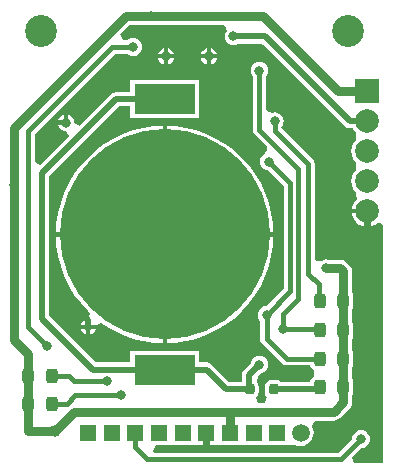
<source format=gbl>
G04 Layer_Physical_Order=2*
G04 Layer_Color=16711680*
%FSLAX44Y44*%
%MOMM*%
G71*
G01*
G75*
G04:AMPARAMS|DCode=11|XSize=1mm|YSize=1.25mm|CornerRadius=0.25mm|HoleSize=0mm|Usage=FLASHONLY|Rotation=0.000|XOffset=0mm|YOffset=0mm|HoleType=Round|Shape=RoundedRectangle|*
%AMROUNDEDRECTD11*
21,1,1.0000,0.7500,0,0,0.0*
21,1,0.5000,1.2500,0,0,0.0*
1,1,0.5000,0.2500,-0.3750*
1,1,0.5000,-0.2500,-0.3750*
1,1,0.5000,-0.2500,0.3750*
1,1,0.5000,0.2500,0.3750*
%
%ADD11ROUNDEDRECTD11*%
%ADD22C,0.5080*%
%ADD23C,0.4000*%
%ADD24C,0.5000*%
%ADD25C,0.7500*%
%ADD28C,2.7000*%
%ADD29R,1.4000X1.4000*%
%ADD30C,1.5000*%
%ADD31C,2.0000*%
%ADD32R,2.0000X2.0000*%
%ADD33C,0.8000*%
%ADD34C,0.7000*%
%ADD35C,1.0000*%
G04:AMPARAMS|DCode=36|XSize=0.8mm|YSize=0.9mm|CornerRadius=0.2mm|HoleSize=0mm|Usage=FLASHONLY|Rotation=180.000|XOffset=0mm|YOffset=0mm|HoleType=Round|Shape=RoundedRectangle|*
%AMROUNDEDRECTD36*
21,1,0.8000,0.5000,0,0,180.0*
21,1,0.4000,0.9000,0,0,180.0*
1,1,0.4000,-0.2000,0.2500*
1,1,0.4000,0.2000,0.2500*
1,1,0.4000,0.2000,-0.2500*
1,1,0.4000,-0.2000,-0.2500*
%
%ADD36ROUNDEDRECTD36*%
%ADD37C,17.8000*%
%ADD38R,5.1000X2.5000*%
%ADD39C,0.6000*%
G36*
X186513Y373278D02*
X187143Y370687D01*
X186449Y369782D01*
X185693Y367958D01*
X185435Y366000D01*
X185693Y364042D01*
X186449Y362218D01*
X187651Y360651D01*
X189218Y359449D01*
X191042Y358693D01*
X193000Y358435D01*
X194958Y358693D01*
X196782Y359449D01*
X197348Y359883D01*
X217466D01*
X287524Y289824D01*
X289509Y288498D01*
X291850Y288032D01*
X294172D01*
X294458Y287342D01*
X296622Y284522D01*
Y278378D01*
X294458Y275558D01*
X293097Y272274D01*
X292633Y268750D01*
X293097Y265226D01*
X294458Y261942D01*
X296622Y259122D01*
Y252978D01*
X294458Y250158D01*
X293097Y246874D01*
X292633Y243350D01*
X293097Y239826D01*
X294458Y236542D01*
X296622Y233722D01*
X297063Y233383D01*
X297184Y227437D01*
X297129Y227337D01*
X296978Y227222D01*
X294895Y224506D01*
X293585Y221344D01*
X293368Y219700D01*
X306250D01*
Y217950D01*
X308000D01*
Y205068D01*
X309644Y205285D01*
X312806Y206595D01*
X315000Y208278D01*
X317154Y207812D01*
X320000Y206301D01*
Y5000D01*
X295463D01*
X293550Y9619D01*
X301421Y17491D01*
X302958Y17693D01*
X304782Y18449D01*
X306349Y19651D01*
X307551Y21218D01*
X308307Y23042D01*
X308565Y25000D01*
X308307Y26958D01*
X307551Y28782D01*
X306349Y30349D01*
X304782Y31551D01*
X302958Y32307D01*
X301000Y32565D01*
X299042Y32307D01*
X297218Y31551D01*
X295651Y30349D01*
X294449Y28782D01*
X293693Y26958D01*
X293491Y25421D01*
X281677Y13608D01*
X125581D01*
X124808Y14750D01*
X127460Y19750D01*
X160500D01*
Y20250D01*
X168250D01*
Y30250D01*
X171750D01*
Y20250D01*
X179500D01*
Y19750D01*
X240500D01*
X240500Y19750D01*
X245500Y20208D01*
X247128Y19533D01*
X250000Y19155D01*
X252872Y19533D01*
X255548Y20642D01*
X257845Y22405D01*
X259608Y24703D01*
X260717Y27378D01*
X261095Y30250D01*
X260717Y33122D01*
X259608Y35797D01*
X262159Y40687D01*
X278000D01*
X279893Y40937D01*
X281656Y41667D01*
X283171Y42829D01*
X291171Y50829D01*
X292333Y52344D01*
X293063Y54107D01*
X293313Y56000D01*
Y61653D01*
X294152Y62909D01*
X294618Y65250D01*
Y72750D01*
X294152Y75091D01*
X293313Y76347D01*
Y85653D01*
X294152Y86909D01*
X294618Y89250D01*
Y96750D01*
X294152Y99091D01*
X293313Y100347D01*
Y109653D01*
X294152Y110909D01*
X294618Y113250D01*
Y120750D01*
X294152Y123091D01*
X293313Y124347D01*
Y134653D01*
X294152Y135909D01*
X294618Y138250D01*
Y145750D01*
X294152Y148091D01*
X293313Y149347D01*
Y167000D01*
X293063Y168893D01*
X292333Y170656D01*
X291171Y172171D01*
X288671Y174671D01*
X287156Y175833D01*
X285393Y176563D01*
X283500Y176813D01*
X273165D01*
X271250Y177065D01*
X269292Y176807D01*
X267468Y176051D01*
X266608Y175391D01*
X263887Y176077D01*
X261608Y177467D01*
Y258000D01*
X261181Y260146D01*
X259965Y261965D01*
X233608Y288323D01*
Y288988D01*
X234551Y290218D01*
X235307Y292042D01*
X235565Y294000D01*
X235307Y295958D01*
X234551Y297782D01*
X233349Y299349D01*
X231782Y300551D01*
X229958Y301307D01*
X228000Y301565D01*
X226042Y301307D01*
X225608Y301127D01*
X221805Y302912D01*
X220608Y304084D01*
Y331988D01*
X221551Y333218D01*
X222307Y335042D01*
X222565Y337000D01*
X222307Y338958D01*
X221551Y340782D01*
X220349Y342349D01*
X218782Y343551D01*
X216958Y344307D01*
X215000Y344565D01*
X213042Y344307D01*
X211218Y343551D01*
X209651Y342349D01*
X208449Y340782D01*
X207693Y338958D01*
X207435Y337000D01*
X207693Y335042D01*
X208449Y333218D01*
X209392Y331988D01*
Y287000D01*
X209819Y284854D01*
X211035Y283035D01*
X221641Y272429D01*
X221358Y270012D01*
X220087Y266911D01*
X219218Y266551D01*
X217651Y265349D01*
X216449Y263782D01*
X215693Y261958D01*
X215435Y260000D01*
X215693Y258042D01*
X216449Y256218D01*
X217651Y254651D01*
X219218Y253449D01*
X221042Y252693D01*
X222579Y252491D01*
X235393Y239677D01*
Y152323D01*
X220579Y137509D01*
X219042Y137307D01*
X217218Y136551D01*
X215651Y135349D01*
X214449Y133782D01*
X213693Y131958D01*
X213435Y130000D01*
X213693Y128042D01*
X214449Y126218D01*
X215392Y124988D01*
Y110000D01*
X215819Y107854D01*
X217035Y106035D01*
X234035Y89035D01*
X235854Y87819D01*
X238000Y87392D01*
X257752D01*
X257848Y86909D01*
X259174Y84924D01*
X261159Y83598D01*
X261406Y83549D01*
Y78451D01*
X261159Y78402D01*
X259174Y77076D01*
X257848Y75091D01*
X257456Y73117D01*
X233358D01*
X233125Y73465D01*
X231306Y74681D01*
X229160Y75108D01*
X225160D01*
X223014Y74681D01*
X221195Y73465D01*
X219979Y71646D01*
X219552Y69500D01*
Y64500D01*
X219979Y62354D01*
X221195Y60535D01*
X221527Y60312D01*
X220011Y55312D01*
X213990D01*
X212473Y60312D01*
X212805Y60535D01*
X214021Y62354D01*
X214448Y64500D01*
Y69500D01*
X214021Y71646D01*
X212805Y73465D01*
X213926Y78275D01*
X216252Y80600D01*
X216958Y80693D01*
X218782Y81449D01*
X220349Y82651D01*
X221551Y84218D01*
X222307Y86042D01*
X222565Y88000D01*
X222307Y89958D01*
X221551Y91782D01*
X220349Y93349D01*
X218782Y94551D01*
X216958Y95307D01*
X215000Y95565D01*
X213042Y95307D01*
X211218Y94551D01*
X209651Y93349D01*
X208449Y91782D01*
X207693Y89958D01*
X207600Y89252D01*
X201674Y83326D01*
X200348Y81341D01*
X199883Y79000D01*
Y73117D01*
X189534D01*
X174576Y88076D01*
X172591Y89402D01*
X170250Y89867D01*
X163750D01*
Y99750D01*
X105750D01*
Y89867D01*
X76784D01*
X37118Y129534D01*
Y247466D01*
X96284Y306632D01*
X105750D01*
Y296750D01*
X163750D01*
Y328750D01*
X105750D01*
Y318867D01*
X93750D01*
X91409Y318402D01*
X89424Y317076D01*
X62652Y290304D01*
X58028Y292750D01*
X58060Y293000D01*
X57820Y294827D01*
X57115Y296530D01*
X55992Y297992D01*
X54530Y299114D01*
X52827Y299820D01*
X52750Y299830D01*
Y293000D01*
X51000D01*
Y291250D01*
X44170D01*
X44180Y291173D01*
X44886Y289470D01*
X46008Y288008D01*
X47470Y286886D01*
X49173Y286180D01*
X51000Y285940D01*
X51250Y285972D01*
X53696Y281348D01*
X29608Y257259D01*
X24608Y259330D01*
Y283677D01*
X92323Y351392D01*
X102988D01*
X104218Y350449D01*
X106042Y349693D01*
X108000Y349435D01*
X109958Y349693D01*
X111782Y350449D01*
X113349Y351651D01*
X114551Y353218D01*
X115307Y355042D01*
X115565Y357000D01*
X115307Y358958D01*
X114551Y360782D01*
X113349Y362349D01*
X111782Y363551D01*
X109958Y364307D01*
X108000Y364565D01*
X106042Y364307D01*
X104218Y363551D01*
X103102Y362695D01*
X99139Y363292D01*
X97348Y368007D01*
X105029Y375687D01*
X121085D01*
X123000Y375435D01*
X124915Y375687D01*
X185091D01*
X186513Y373278D01*
D02*
G37*
%LPC*%
G36*
X136500Y290275D02*
Y200000D01*
X226775D01*
X226417Y207278D01*
X225091Y216220D01*
X222895Y224988D01*
X219849Y233499D01*
X215985Y241671D01*
X211337Y249424D01*
X205953Y256685D01*
X199882Y263382D01*
X193185Y269453D01*
X185924Y274837D01*
X178171Y279485D01*
X169999Y283349D01*
X161488Y286395D01*
X152720Y288591D01*
X143778Y289917D01*
X136500Y290275D01*
D02*
G37*
G36*
X133000D02*
X125722Y289917D01*
X116780Y288591D01*
X108012Y286395D01*
X99501Y283349D01*
X91329Y279485D01*
X83576Y274837D01*
X76315Y269453D01*
X69618Y263382D01*
X63547Y256685D01*
X58162Y249424D01*
X53515Y241671D01*
X49651Y233499D01*
X46605Y224988D01*
X44409Y216220D01*
X43083Y207278D01*
X42725Y200000D01*
X133000D01*
Y290275D01*
D02*
G37*
G36*
X49250Y299830D02*
X49173Y299820D01*
X47470Y299114D01*
X46008Y297992D01*
X44886Y296530D01*
X44180Y294827D01*
X44170Y294750D01*
X49250D01*
Y299830D01*
D02*
G37*
G36*
X304500Y216200D02*
X293368D01*
X293585Y214556D01*
X294895Y211394D01*
X296978Y208678D01*
X299694Y206595D01*
X302856Y205285D01*
X304500Y205068D01*
Y216200D01*
D02*
G37*
G36*
X226775Y196500D02*
X136500D01*
Y106225D01*
X143778Y106583D01*
X152720Y107909D01*
X161488Y110105D01*
X169999Y113151D01*
X178171Y117015D01*
X185924Y121663D01*
X193185Y127047D01*
X199882Y133118D01*
X205953Y139815D01*
X211337Y147076D01*
X215985Y154829D01*
X219849Y163001D01*
X222895Y171512D01*
X225091Y180280D01*
X226417Y189221D01*
X226775Y196500D01*
D02*
G37*
G36*
X133000D02*
X42725D01*
X43083Y189221D01*
X44409Y180280D01*
X46605Y171512D01*
X49651Y163001D01*
X53515Y154829D01*
X58162Y147076D01*
X63547Y139815D01*
X69618Y133118D01*
X71513Y131400D01*
X70435Y127950D01*
X69487Y126489D01*
X68303Y126333D01*
X66722Y125678D01*
X65364Y124636D01*
X64322Y123278D01*
X63689Y121750D01*
X77624D01*
X78629Y122647D01*
X80952Y123609D01*
X83576Y121663D01*
X91329Y117015D01*
X99501Y113151D01*
X108012Y110105D01*
X116780Y107909D01*
X125722Y106583D01*
X133000Y106225D01*
Y196500D01*
D02*
G37*
G36*
X76311Y118250D02*
X71750D01*
Y113689D01*
X73278Y114322D01*
X74636Y115364D01*
X75678Y116722D01*
X76311Y118250D01*
D02*
G37*
G36*
X68250D02*
X63689D01*
X64322Y116722D01*
X65364Y115364D01*
X66722Y114322D01*
X68250Y113689D01*
Y118250D01*
D02*
G37*
G36*
X137750Y355830D02*
Y350750D01*
X142830D01*
X142820Y350827D01*
X142114Y352530D01*
X140992Y353992D01*
X139530Y355115D01*
X137827Y355820D01*
X137750Y355830D01*
D02*
G37*
G36*
X134250D02*
X134173Y355820D01*
X132470Y355115D01*
X131008Y353992D01*
X129886Y352530D01*
X129180Y350827D01*
X129170Y350750D01*
X134250D01*
Y355830D01*
D02*
G37*
G36*
X173750D02*
Y350750D01*
X178830D01*
X178820Y350827D01*
X178114Y352530D01*
X176992Y353992D01*
X175530Y355115D01*
X173827Y355820D01*
X173750Y355830D01*
D02*
G37*
G36*
X170250D02*
X170173Y355820D01*
X168470Y355115D01*
X167008Y353992D01*
X165886Y352530D01*
X165180Y350827D01*
X165170Y350750D01*
X170250D01*
Y355830D01*
D02*
G37*
G36*
X142830Y347250D02*
X137750D01*
Y342170D01*
X137827Y342180D01*
X139530Y342886D01*
X140992Y344007D01*
X142114Y345470D01*
X142820Y347173D01*
X142830Y347250D01*
D02*
G37*
G36*
X134250D02*
X129170D01*
X129180Y347173D01*
X129886Y345470D01*
X131008Y344007D01*
X132470Y342886D01*
X134173Y342180D01*
X134250Y342170D01*
Y347250D01*
D02*
G37*
G36*
X178830D02*
X173750D01*
Y342170D01*
X173827Y342180D01*
X175530Y342886D01*
X176992Y344007D01*
X178114Y345470D01*
X178820Y347173D01*
X178830Y347250D01*
D02*
G37*
G36*
X170250D02*
X165170D01*
X165180Y347173D01*
X165886Y345470D01*
X167008Y344007D01*
X168470Y342886D01*
X170173Y342180D01*
X170250Y342170D01*
Y347250D01*
D02*
G37*
%LPD*%
D11*
X19000Y55000D02*
D03*
X39000D02*
D03*
X19000Y78000D02*
D03*
X39000D02*
D03*
X266000Y93000D02*
D03*
X286000D02*
D03*
X266000Y69000D02*
D03*
X286000D02*
D03*
X266000Y142000D02*
D03*
X286000D02*
D03*
X266000Y117000D02*
D03*
X286000D02*
D03*
D22*
X70000Y120000D02*
Y126000D01*
X65000Y131000D02*
X70000Y126000D01*
D23*
X235000Y118000D02*
X266000D01*
X223000Y260000D02*
X241000Y242000D01*
Y150000D02*
Y242000D01*
X221000Y130000D02*
X241000Y150000D01*
X215000Y287000D02*
X248000Y254000D01*
Y144000D02*
Y254000D01*
X235000Y131000D02*
X248000Y144000D01*
X265000Y142000D02*
Y156000D01*
X256000Y165000D02*
Y258000D01*
X228000Y286000D02*
X256000Y258000D01*
X228000Y286000D02*
Y294000D01*
X256000Y165000D02*
X265000Y156000D01*
X90000Y357000D02*
X108000D01*
X19000Y286000D02*
X90000Y357000D01*
X19000Y120000D02*
Y286000D01*
Y120000D02*
X35000Y104000D01*
X39000Y78000D02*
X54000D01*
X58000Y74000D01*
X86000D01*
X59000Y62000D02*
X98000D01*
X52000Y55000D02*
X59000Y62000D01*
X39000Y55000D02*
X52000D01*
X235000Y118000D02*
Y131000D01*
X215000Y287000D02*
Y337000D01*
X221000Y110000D02*
Y130000D01*
Y110000D02*
X238000Y93000D01*
X266000D01*
X110000Y18000D02*
Y30250D01*
Y18000D02*
X120000Y8000D01*
X284000D01*
X301000Y25000D01*
D24*
X206000Y67000D02*
Y79000D01*
X74250Y83750D02*
X134750D01*
X31000Y127000D02*
X74250Y83750D01*
X31000Y127000D02*
Y250000D01*
X264000Y67000D02*
X266000Y69000D01*
X227160Y67000D02*
X264000D01*
X187000D02*
X206000D01*
X170250Y83750D02*
X187000Y67000D01*
X206000Y79000D02*
X215000Y88000D01*
X285000Y69000D02*
X286000D01*
X285000Y143000D02*
X286000Y142000D01*
X31000Y250000D02*
X93750Y312750D01*
X291850Y294150D02*
X306250D01*
X220000Y366000D02*
X291850Y294150D01*
X193000Y366000D02*
X220000D01*
X134750Y83750D02*
X170250D01*
X93750Y312750D02*
X134750D01*
D25*
X19000Y32000D02*
Y78000D01*
X271250Y169500D02*
X283500D01*
X286000Y167000D01*
X281450Y319550D02*
X306250D01*
X218000Y383000D02*
X281450Y319550D01*
X123000Y383000D02*
X218000D01*
X19000Y78000D02*
Y97250D01*
X7250Y109000D02*
X19000Y97250D01*
X7250Y109000D02*
Y240000D01*
Y288250D02*
X102000Y383000D01*
X7250Y240000D02*
Y288250D01*
X286000Y142000D02*
Y167000D01*
Y117000D02*
Y142000D01*
Y93000D02*
Y117000D01*
Y69000D02*
Y93000D01*
X102000Y383000D02*
X123000D01*
X286000Y56000D02*
Y69000D01*
X278000Y48000D02*
X286000Y56000D01*
X190000Y48000D02*
X278000D01*
X19000Y32000D02*
X42000D01*
X58000Y48000D01*
X190000D01*
Y30250D02*
Y48000D01*
D28*
X290000Y370500D02*
D03*
X30000D02*
D03*
D29*
X230000Y30250D02*
D03*
X210000D02*
D03*
X190000D02*
D03*
X170000D02*
D03*
X150000D02*
D03*
X130000D02*
D03*
X110000D02*
D03*
X90000D02*
D03*
X70000D02*
D03*
D30*
X250000D02*
D03*
D31*
X306250Y268750D02*
D03*
Y294150D02*
D03*
Y243350D02*
D03*
Y217950D02*
D03*
D32*
Y319550D02*
D03*
D33*
X271250Y169500D02*
D03*
X7250Y240000D02*
D03*
X215000Y337000D02*
D03*
X136000Y349000D02*
D03*
X172000D02*
D03*
X51000Y293000D02*
D03*
X221000Y130000D02*
D03*
X235000Y118000D02*
D03*
X228000Y294000D02*
D03*
X223000Y260000D02*
D03*
X301000Y25000D02*
D03*
X193000Y366000D02*
D03*
X108000Y357000D02*
D03*
X123000Y383000D02*
D03*
X215000Y88000D02*
D03*
X86000Y74000D02*
D03*
X35000Y104000D02*
D03*
X98000Y62000D02*
D03*
D34*
X70000Y120000D02*
D03*
D35*
X42000Y32000D02*
D03*
D36*
X227160Y67000D02*
D03*
X206840D02*
D03*
D37*
X134750Y198250D02*
D03*
D38*
Y83750D02*
D03*
Y312750D02*
D03*
D39*
X170000Y17000D02*
Y30250D01*
X306250Y195750D02*
Y217950D01*
M02*

</source>
